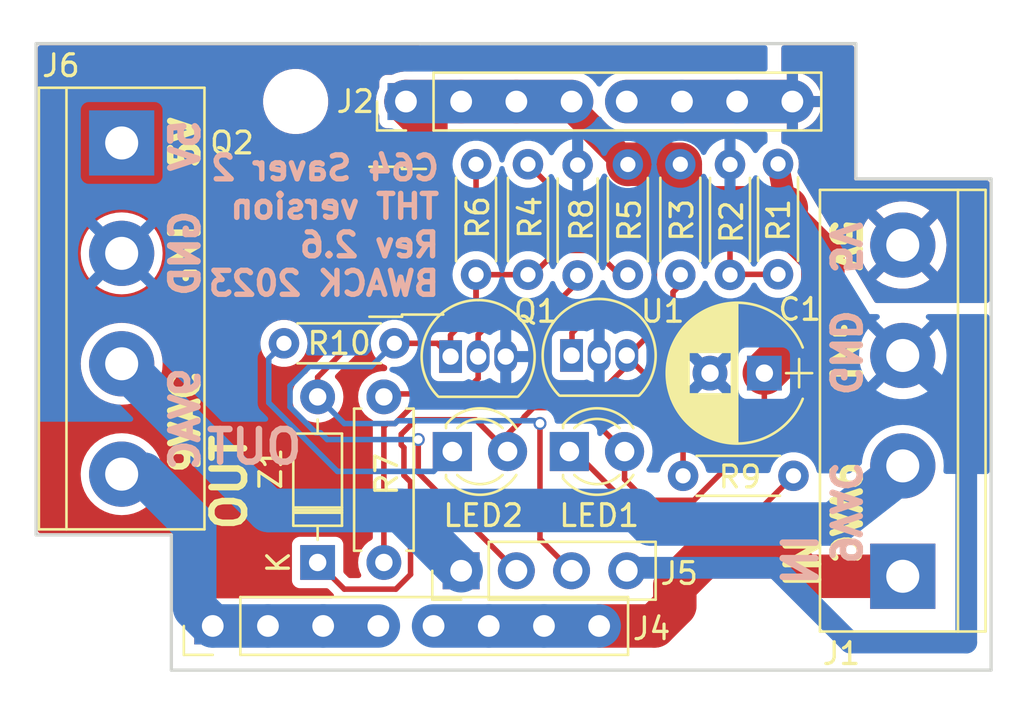
<source format=kicad_pcb>
(kicad_pcb (version 20221018) (generator pcbnew)
  (title_block (title "C64 Saver 2 Throughhole") (date "2023-04-02") (rev "2.6"))
  (layers (0 "F.Cu" signal) (31 "B.Cu" signal) (34 "B.Paste" user) (35 "F.Paste" user) (36 "B.SilkS" user "B.Silkscreen") (37 "F.SilkS" user "F.Silkscreen") (38 "B.Mask" user) (39 "F.Mask" user) (44 "Edge.Cuts" user))
  (net 0 "")
  (net 1 "/VCC1-")
  (net 2 "GND")
  (net 3 "PGATE")
  (net 4 "/VCC1+")
  (net 5 "OVERVOLTAGE")
  (net 6 "/5V_SAFE")
  (net 7 "/NGATE")
  (net 8 "/SENSE")
  (net 9 "/9VAC1")
  (net 10 "/9VAC2")
  (net 11 "/9VAC1'")
  (net 12 "Net-(LED1-K)")
  (net 13 "Net-(LED2-K)")
  (net 14 "Net-(U1-K)")
  (footprint "Connectors_Terminal_Blocks:TerminalBlock_bornier-4_P5.08mm" (layer "F.Cu") (at 144.399 88.265 -90)
    (fp_text reference "J6" (at -3.556 2.794) (layer "F.SilkS"))
    (fp_text value "Conn_01x04")
    (fp_line (start -2.54 -3.81) (end -2.54 3.81) (stroke (width 0.12)) (layer "F.SilkS"))
    (fp_line (start -2.54 -3.81) (end 17.78 -3.81) (stroke (width 0.12)) (layer "F.SilkS"))
    (fp_line (start -2.54 3.81) (end 17.78 3.81) (stroke (width 0.12)) (layer "F.SilkS"))
    (fp_line (start 17.78 2.54) (end -2.54 2.54) (stroke (width 0.12)) (layer "F.SilkS"))
    (fp_line (start 17.78 3.81) (end 17.78 -3.81) (stroke (width 0.12)) (layer "F.SilkS"))
    (pad "1" thru_hole rect (at 0 0 270) (size 3 3) (drill 1.52) (layers "*.Cu" "*.Mask") (net 6 "/5V_SAFE"))
    (pad "2" thru_hole circle (at 5.08 0 270) (size 3 3) (drill 1.52) (layers "*.Cu" "*.Mask") (net 2 "GND"))
    (pad "3" thru_hole circle (at 10.16 0 270) (size 3 3) (drill 1.52) (layers "*.Cu" "*.Mask") (net 10 "/9VAC2"))
    (pad "4" thru_hole circle (at 15.24 0 270) (size 3 3) (drill 1.52) (layers "*.Cu" "*.Mask") (net 11 "/9VAC1'"))
  )
  (footprint "Connectors_Terminal_Blocks:TerminalBlock_bornier-4_P5.08mm" (layer "F.Cu") (at 180.34 108.204 90)
    (fp_text reference "J1" (at -3.556 -2.82194 180) (layer "F.SilkS"))
    (fp_text value "Conn_01x04")
    (fp_line (start -2.54 -3.81) (end -2.54 3.81) (stroke (width 0.12)) (layer "F.SilkS"))
    (fp_line (start -2.54 -3.81) (end 17.78 -3.81) (stroke (width 0.12)) (layer "F.SilkS"))
    (fp_line (start -2.54 3.81) (end 17.78 3.81) (stroke (width 0.12)) (layer "F.SilkS"))
    (fp_line (start 17.78 2.54) (end -2.54 2.54) (stroke (width 0.12)) (layer "F.SilkS"))
    (fp_line (start 17.78 3.81) (end 17.78 -3.81) (stroke (width 0.12)) (layer "F.SilkS"))
    (pad "1" thru_hole rect (at 0 0 90) (size 3 3) (drill 1.52) (layers "*.Cu" "*.Mask") (net 9 "/9VAC1"))
    (pad "2" thru_hole circle (at 5.08 0 90) (size 3 3) (drill 1.52) (layers "*.Cu" "*.Mask") (net 10 "/9VAC2"))
    (pad "3" thru_hole circle (at 10.16 0 90) (size 3 3) (drill 1.52) (layers "*.Cu" "*.Mask") (net 2 "GND"))
    (pad "4" thru_hole circle (at 15.24 0 90) (size 3 3) (drill 1.52) (layers "*.Cu" "*.Mask") (net 4 "/VCC1+"))
  )
  (footprint "Capacitors_THT:CP_Radial_D6.3mm_P2.50mm" (layer "F.Cu") (at 173.97 98.8568 180)
    (fp_text reference "C1" (at -1.628936 2.93371 180) (layer "F.SilkS"))
    (fp_text value "47uF")
    (fp_line (start -2.2 0) (end -1 0) (stroke (width 0.12)) (layer "F.SilkS"))
    (fp_line (start -1.6 -0.65) (end -1.6 0.65) (stroke (width 0.12)) (layer "F.SilkS"))
    (fp_line (start 1.25 -3.2) (end 1.25 3.2) (stroke (width 0.12)) (layer "F.SilkS"))
    (fp_line (start 1.29 -3.2) (end 1.29 3.2) (stroke (width 0.12)) (layer "F.SilkS"))
    (fp_line (start 1.33 -3.2) (end 1.33 3.2) (stroke (width 0.12)) (layer "F.SilkS"))
    (fp_line (start 1.37 -3.198) (end 1.37 3.198) (stroke (width 0.12)) (layer "F.SilkS"))
    (fp_line (start 1.41 -3.197) (end 1.41 3.197) (stroke (width 0.12)) (layer "F.SilkS"))
    (fp_line (start 1.45 -3.194) (end 1.45 3.194) (stroke (width 0.12)) (layer "F.SilkS"))
    (fp_line (start 1.49 -3.192) (end 1.49 3.192) (stroke (width 0.12)) (layer "F.SilkS"))
    (fp_line (start 1.53 -3.188) (end 1.53 -0.98) (stroke (width 0.12)) (layer "F.SilkS"))
    (fp_line (start 1.53 0.98) (end 1.53 3.188) (stroke (width 0.12)) (layer "F.SilkS"))
    (fp_line (start 1.57 -3.185) (end 1.57 -0.98) (stroke (width 0.12)) (layer "F.SilkS"))
    (fp_line (start 1.57 0.98) (end 1.57 3.185) (stroke (width 0.12)) (layer "F.SilkS"))
    (fp_line (start 1.61 -3.18) (end 1.61 -0.98) (stroke (width 0.12)) (layer "F.SilkS"))
    (fp_line (start 1.61 0.98) (end 1.61 3.18) (stroke (width 0.12)) (layer "F.SilkS"))
    (fp_line (start 1.65 -3.176) (end 1.65 -0.98) (stroke (width 0.12)) (layer "F.SilkS"))
    (fp_line (start 1.65 0.98) (end 1.65 3.176) (stroke (width 0.12)) (layer "F.SilkS"))
    (fp_line (start 1.69 -3.17) (end 1.69 -0.98) (stroke (width 0.12)) (layer "F.SilkS"))
    (fp_line (start 1.69 0.98) (end 1.69 3.17) (stroke (width 0.12)) (layer "F.SilkS"))
    (fp_line (start 1.73 -3.165) (end 1.73 -0.98) (stroke (width 0.12)) (layer "F.SilkS"))
    (fp_line (start 1.73 0.98) (end 1.73 3.165) (stroke (width 0.12)) (layer "F.SilkS"))
    (fp_line (start 1.77 -3.158) (end 1.77 -0.98) (stroke (width 0.12)) (layer "F.SilkS"))
    (fp_line (start 1.77 0.98) (end 1.77 3.158) (stroke (width 0.12)) (layer "F.SilkS"))
    (fp_line (start 1.81 -3.152) (end 1.81 -0.98) (stroke (width 0.12)) (layer "F.SilkS"))
    (fp_line (start 1.81 0.98) (end 1.81 3.152) (stroke (width 0.12)) (layer "F.SilkS"))
    (fp_line (start 1.85 -3.144) (end 1.85 -0.98) (stroke (width 0.12)) (layer "F.SilkS"))
    (fp_line (start 1.85 0.98) (end 1.85 3.144) (stroke (width 0.12)) (layer "F.SilkS"))
    (fp_line (start 1.89 -3.137) (end 1.89 -0.98) (stroke (width 0.12)) (layer "F.SilkS"))
    (fp_line (start 1.89 0.98) (end 1.89 3.137) (stroke (width 0.12)) (layer "F.SilkS"))
    (fp_line (start 1.93 -3.128) (end 1.93 -0.98) (stroke (width 0.12)) (layer "F.SilkS"))
    (fp_line (start 1.93 0.98) (end 1.93 3.128) (stroke (width 0.12)) (layer "F.SilkS"))
    (fp_line (start 1.971 -3.119) (end 1.971 -0.98) (stroke (width 0.12)) (layer "F.SilkS"))
    (fp_line (start 1.971 0.98) (end 1.971 3.119) (stroke (width 0.12)) (layer "F.SilkS"))
    (fp_line (start 2.011 -3.11) (end 2.011 -0.98) (stroke (width 0.12)) (layer "F.SilkS"))
    (fp_line (start 2.011 0.98) (end 2.011 3.11) (stroke (width 0.12)) (layer "F.SilkS"))
    (fp_line (start 2.051 -3.1) (end 2.051 -0.98) (stroke (width 0.12)) (layer "F.SilkS"))
    (fp_line (start 2.051 0.98) (end 2.051 3.1) (stroke (width 0.12)) (layer "F.SilkS"))
    (fp_line (start 2.091 -3.09) (end 2.091 -0.98) (stroke (width 0.12)) (layer "F.SilkS"))
    (fp_line (start 2.091 0.98) (end 2.091 3.09) (stroke (width 0.12)) (layer "F.SilkS"))
    (fp_line (start 2.131 -3.079) (end 2.131 -0.98) (stroke (width 0.12)) (layer "F.SilkS"))
    (fp_line (start 2.131 0.98) (end 2.131 3.079) (stroke (width 0.12)) (layer "F.SilkS"))
    (fp_line (start 2.171 -3.067) (end 2.171 -0.98) (stroke (width 0.12)) (layer "F.SilkS"))
    (fp_line (start 2.171 0.98) (end 2.171 3.067) (stroke (width 0.12)) (layer "F.SilkS"))
    (fp_line (start 2.211 -3.055) (end 2.211 -0.98) (stroke (width 0.12)) (layer "F.SilkS"))
    (fp_line (start 2.211 0.98) (end 2.211 3.055) (stroke (width 0.12)) (layer "F.SilkS"))
    (fp_line (start 2.251 -3.042) (end 2.251 -0.98) (stroke (width 0.12)) (layer "F.SilkS"))
    (fp_line (start 2.251 0.98) (end 2.251 3.042) (stroke (width 0.12)) (layer "F.SilkS"))
    (fp_line (start 2.291 -3.029) (end 2.291 -0.98) (stroke (width 0.12)) (layer "F.SilkS"))
    (fp_line (start 2.291 0.98) (end 2.291 3.029) (stroke (width 0.12)) (layer "F.SilkS"))
    (fp_line (start 2.331 -3.015) (end 2.331 -0.98) (stroke (width 0.12)) (layer "F.SilkS"))
    (fp_line (start 2.331 0.98) (end 2.331 3.015) (stroke (width 0.12)) (layer "F.SilkS"))
    (fp_line (start 2.371 -3.001) (end 2.371 -0.98) (stroke (width 0.12)) (layer "F.SilkS"))
    (fp_line (start 2.371 0.98) (end 2.371 3.001) (stroke (width 0.12)) (layer "F.SilkS"))
    (fp_line (start 2.411 -2.986) (end 2.411 -0.98) (stroke (width 0.12)) (layer "F.SilkS"))
    (fp_line (start 2.411 0.98) (end 2.411 2.986) (stroke (width 0.12)) (layer "F.SilkS"))
    (fp_line (start 2.451 -2.97) (end 2.451 -0.98) (stroke (width 0.12)) (layer "F.SilkS"))
    (fp_line (start 2.451 0.98) (end 2.451 2.97) (stroke (width 0.12)) (layer "F.SilkS"))
    (fp_line (start 2.491 -2.954) (end 2.491 -0.98) (stroke (width 0.12)) (layer "F.SilkS"))
    (fp_line (start 2.491 0.98) (end 2.491 2.954) (stroke (width 0.12)) (layer "F.SilkS"))
    (fp_line (start 2.531 -2.937) (end 2.531 -0.98) (stroke (width 0.12)) (layer "F.SilkS"))
    (fp_line (start 2.531 0.98) (end 2.531 2.937) (stroke (width 0.12)) (layer "F.SilkS"))
    (fp_line (start 2.571 -2.919) (end 2.571 -0.98) (stroke (width 0.12)) (layer "F.SilkS"))
    (fp_line (start 2.571 0.98) (end 2.571 2.919) (stroke (width 0.12)) (layer "F.SilkS"))
    (fp_line (start 2.611 -2.901) (end 2.611 -0.98) (stroke (width 0.12)) (layer "F.SilkS"))
    (fp_line (start 2.611 0.98) (end 2.611 2.901) (stroke (width 0.12)) (layer "F.SilkS"))
    (fp_line (start 2.651 -2.882) (end 2.651 -0.98) (stroke (width 0.12)) (layer "F.SilkS"))
    (fp_line (start 2.651 0.98) (end 2.651 2.882) (stroke (width 0.12)) (layer "F.SilkS"))
    (fp_line (start 2.691 -2.863) (end 2.691 -0.98) (stroke (width 0.12)) (layer "F.SilkS"))
    (fp_line (start 2.691 0.98) (end 2.691 2.863) (stroke (width 0.12)) (layer "F.SilkS"))
    (fp_line (start 2.731 -2.843) (end 2.731 -0.98) (stroke (width 0.12)) (layer "F.SilkS"))
    (fp_line (start 2.731 0.98) (end 2.731 2.843) (stroke (width 0.12)) (layer "F.SilkS"))
    (fp_line (start 2.771 -2.822) (end 2.771 -0.98) (stroke (width 0.12)) (layer "F.SilkS"))
    (fp_line (start 2.771 0.98) (end 2.771 2.822) (stroke (width 0.12)) (layer "F.SilkS"))
    (fp_line (start 2.811 -2.8) (end 2.811 -0.98) (stroke (width 0.12)) (layer "F.SilkS"))
    (fp_line (start 2.811 0.98) (end 2.811 2.8) (stroke (width 0.12)) (layer "F.SilkS"))
    (fp_line (start 2.851 -2.778) (end 2.851 -0.98) (stroke (width 0.12)) (layer "F.SilkS"))
    (fp_line (start 2.851 0.98) (end 2.851 2.778) (stroke (width 0.12)) (layer "F.SilkS"))
    (fp_line (start 2.891 -2.755) (end 2.891 -0.98) (stroke (width 0.12)) (layer "F.SilkS"))
    (fp_line (start 2.891 0.98) (end 2.891 2.755) (stroke (width 0.12)) (layer "F.SilkS"))
    (fp_line (start 2.931 -2.731) (end 2.931 -0.98) (stroke (width 0.12)) (layer "F.SilkS"))
    (fp_line (start 2.931 0.98) (end 2.931 2.731) (stroke (width 0.12)) (layer "F.SilkS"))
    (fp_line (start 2.971 -2.706) (end 2.971 -0.98) (stroke (width 0.12)) (layer "F.SilkS"))
    (fp_line (start 2.971 0.98) (end 2.971 2.706) (stroke (width 0.12)) (layer "F.SilkS"))
    (fp_line (start 3.011 -2.681) (end 3.011 -0.98) (stroke (width 0.12)) (layer "F.SilkS"))
    (fp_line (start 3.011 0.98) (end 3.011 2.681) (stroke (width 0.12)) (layer "F.SilkS"))
    (fp_line (start 3.051 -2.654) (end 3.051 -0.98) (stroke (width 0.12)) (layer "F.SilkS"))
    (fp_line (start 3.051 0.98) (end 3.051 2.654) (stroke (width 0.12)) (layer "F.SilkS"))
    (fp_line (start 3.091 -2.627) (end 3.091 -0.98) (stroke (width 0.12)) (layer "F.SilkS"))
    (fp_line (start 3.091 0.98) (end 3.091 2.627) (stroke (width 0.12)) (layer "F.SilkS"))
    (fp_line (start 3.131 -2.599) (end 3.131 -0.98) (stroke (width 0.12)) (layer "F.SilkS"))
    (fp_line (start 3.131 0.98) (end 3.131 2.599) (stroke (width 0.12)) (layer "F.SilkS"))
    (fp_line (start 3.171 -2.57) (end 3.171 -0.98) (stroke (width 0.12)) (layer "F.SilkS"))
    (fp_line (start 3.171 0.98) (end 3.171 2.57) (stroke (width 0.12)) (layer "F.SilkS"))
    (fp_line (start 3.211 -2.54) (end 3.211 -0.98) (stroke (width 0.12)) (layer "F.SilkS"))
    (fp_line (start 3.211 0.98) (end 3.211 2.54) (stroke (width 0.12)) (layer "F.SilkS"))
    (fp_line (start 3.251 -2.51) (end 3.251 -0.98) (stroke (width 0.12)) (layer "F.SilkS"))
    (fp_line (start 3.251 0.98) (end 3.251 2.51) (stroke (width 0.12)) (layer "F.SilkS"))
    (fp_line (start 3.291 -2.478) (end 3.291 -0.98) (stroke (width 0.12)) (layer "F.SilkS"))
    (fp_line (start 3.291 0.98) (end 3.291 2.478) (stroke (width 0.12)) (layer "F.SilkS"))
    (fp_line (start 3.331 -2.445) (end 3.331 -0.98) (stroke (width 0.12)) (layer "F.SilkS"))
    (fp_line (start 3.331 0.98) (end 3.331 2.445) (stroke (width 0.12)) (layer "F.SilkS"))
    (fp_line (start 3.371 -2.411) (end 3.371 -0.98) (stroke (width 0.12)) (layer "F.SilkS"))
    (fp_line (start 3.371 0.98) (end 3.371 2.411) (stroke (width 0.12)) (layer "F.SilkS"))
    (fp_line (start 3.411 -2.375) (end 3.411 -0.98) (stroke (width 0.12)) (layer "F.SilkS"))
    (fp_line (start 3.411 0.98) (end 3.411 2.375) (stroke (width 0.12)) (layer "F.SilkS"))
    (fp_line (start 3.451 -2.339) (end 3.451 -0.98) (stroke (width 0.12)) (layer "F.SilkS"))
    (fp_line (start 3.451 0.98) (end 3.451 2.339) (stroke (width 0.12)) (layer "F.SilkS"))
    (fp_line (start 3.491 -2.301) (end 3.491 2.301) (stroke (width 0.12)) (layer "F.SilkS"))
    (fp_line (start 3.531 -2.262) (end 3.531 2.262) (stroke (width 0.12)) (layer "F.SilkS"))
    (fp_line (start 3.571 -2.222) (end 3.571 2.222) (stroke (width 0.12)) (layer "F.SilkS"))
    (fp_line (start 3.611 -2.18) (end 3.611 2.18) (stroke (width 0.12)) (layer "F.SilkS"))
    (fp_line (start 3.651 -2.137) (end 3.651 2.137) (stroke (width 0.12)) (layer "F.SilkS"))
    (fp_line (start 3.691 -2.092) (end 3.691 2.092) (stroke (width 0.12)) (layer "F.SilkS"))
    (fp_line (start 3.731 -2.045) (end 3.731 2.045) (stroke (width 0.12)) (layer "F.SilkS"))
    (fp_line (start 3.771 -1.997) (end 3.771 1.997) (stroke (width 0.12)) (layer "F.SilkS"))
    (fp_line (start 3.811 -1.946) (end 3.811 1.946) (stroke (width 0.12)) (layer "F.SilkS"))
    (fp_line (start 3.851 -1.894) (end 3.851 1.894) (stroke (width 0.12)) (layer "F.SilkS"))
    (fp_line (start 3.891 -1.839) (end 3.891 1.839) (stroke (width 0.12)) (layer "F.SilkS"))
    (fp_line (start 3.931 -1.781) (end 3.931 1.781) (stroke (width 0.12)) (layer "F.SilkS"))
    (fp_line (start 3.971 -1.721) (end 3.971 1.721) (stroke (width 0.12)) (layer "F.SilkS"))
    (fp_line (start 4.011 -1.658) (end 4.011 1.658) (stroke (width 0.12)) (layer "F.SilkS"))
    (fp_line (start 4.051 -1.591) (end 4.051 1.591) (stroke (width 0.12)) (layer "F.SilkS"))
    (fp_line (start 4.091 -1.52) (end 4.091 1.52) (stroke (width 0.12)) (layer "F.SilkS"))
    (fp_line (start 4.131 -1.445) (end 4.131 1.445) (stroke (width 0.12)) (layer "F.SilkS"))
    (fp_line (start 4.171 -1.364) (end 4.171 1.364) (stroke (width 0.12)) (layer "F.SilkS"))
    (fp_line (start 4.211 -1.278) (end 4.211 1.278) (stroke (width 0.12)) (layer "F.SilkS"))
    (fp_line (start 4.251 -1.184) (end 4.251 1.184) (stroke (width 0.12)) (layer "F.SilkS"))
    (fp_line (start 4.291 -1.081) (end 4.291 1.081) (stroke (width 0.12)) (layer "F.SilkS"))
    (fp_line (start 4.331 -0.966) (end 4.331 0.966) (stroke (width 0.12)) (layer "F.SilkS"))
    (fp_line (start 4.371 -0.834) (end 4.371 0.834) (stroke (width 0.12)) (layer "F.SilkS"))
    (fp_line (start 4.411 -0.676) (end 4.411 0.676) (stroke (width 0.12)) (layer "F.SilkS"))
    (fp_line (start 4.451 -0.468) (end 4.451 0.468) (stroke (width 0.12)) (layer "F.SilkS"))
    (fp_arc (start -1.767482 -1.18) (mid 1.250464 -3.24) (end 4.26782 -1.179135) (stroke (width 0.12)) (layer "F.SilkS"))
    (fp_arc (start 4.267482 -1.18) (mid 4.49 -0.000464) (end 4.26782 1.179135) (stroke (width 0.12)) (layer "F.SilkS"))
    (fp_arc (start 4.26782 1.179135) (mid 1.250464 3.239999) (end -1.767482 1.18) (stroke (width 0.12)) (layer "F.SilkS"))
    (pad "1" thru_hole rect (at 0 0 180) (size 1.6 1.6) (drill 0.8) (layers "*.Cu" "*.Mask") (net 1 "/VCC1-"))
    (pad "2" thru_hole circle (at 2.5 0 180) (size 1.6 1.6) (drill 0.8) (layers "*.Cu" "*.Mask") (net 2 "GND"))
  )
  (footprint "TO_SOT_Packages_SMD:ATPAK-2" (layer "F.Cu") (at 154.0476 92.8116 180)
    (fp_text reference "Q2" (at 4.572 4.5466) (layer "F.SilkS"))
    (fp_text value "IRFR5305")
    (fp_line (start -3.25 -3.45) (end -3.25 -3.35) (stroke (width 0.12)) (layer "F.SilkS"))
    (fp_line (start -3.25 -3.35) (end -5.15 -3.35) (stroke (width 0.12)) (layer "F.SilkS"))
    (fp_line (start -3.25 3.35) (end -4.35 3.35) (stroke (width 0.12)) (layer "F.SilkS"))
    (fp_line (start -3.25 3.45) (end -3.25 3.35) (stroke (width 0.12)) (layer "F.SilkS"))
    (fp_line (start -1.75 -3.45) (end -3.25 -3.45) (stroke (width 0.12)) (layer "F.SilkS"))
    (fp_line (start -1.75 3.45) (end -3.25 3.45) (stroke (width 0.12)) (layer "F.SilkS"))
    (pad "1" smd rect (at -4.35 -2.3 180) (size 1.6 1.5) (layers "F.Cu" "F.Paste" "F.Mask") (net 3 "PGATE"))
    (pad "2" smd rect (at 0.05 -1.7 180) (size 3.2 3.1) (layers "F.Cu" "F.Paste") (net 6 "/5V_SAFE"))
    (pad "2" smd rect (at 0.05 1.7 180) (size 3.2 3.1) (layers "F.Cu" "F.Paste") (net 6 "/5V_SAFE"))
    (pad "2" smd rect (at 1.8 0 180) (size 6.7 6.5) (layers "F.Cu" "F.Mask") (net 6 "/5V_SAFE"))
    (pad "2" smd rect (at 3.55 -1.7 180) (size 3.2 3.1) (layers "F.Cu" "F.Paste") (net 6 "/5V_SAFE"))
    (pad "2" smd rect (at 3.55 1.7 180) (size 3.2 3.1) (layers "F.Cu" "F.Paste") (net 6 "/5V_SAFE"))
    (pad "3" smd rect (at -4.35 2.3 180) (size 1.6 1.5) (layers "F.Cu" "F.Paste" "F.Mask") (net 1 "/VCC1-"))
  )
  (footprint "Pin_Headers:Pin_Header_Straight_1x08_Pitch2.54mm" (layer "F.Cu") (at 157.48 86.36 90)
    (fp_text reference "J2" (at 0 -2.33 180) (layer "F.SilkS"))
    (fp_text value "Conn_01x08")
    (fp_line (start -1.33 -1.33) (end 0 -1.33) (stroke (width 0.12)) (layer "F.SilkS"))
    (fp_line (start -1.33 0) (end -1.33 -1.33) (stroke (width 0.12)) (layer "F.SilkS"))
    (fp_line (start -1.33 1.27) (end -1.33 19.11) (stroke (width 0.12)) (layer "F.SilkS"))
    (fp_line (start -1.33 1.27) (end 1.33 1.27) (stroke (width 0.12)) (layer "F.SilkS"))
    (fp_line (start -1.33 19.11) (end 1.33 19.11) (stroke (width 0.12)) (layer "F.SilkS"))
    (fp_line (start 1.33 1.27) (end 1.33 19.11) (stroke (width 0.12)) (layer "F.SilkS"))
    (pad "1" thru_hole rect locked (at 0 0 90) (size 1.7 1.7) (drill 1) (layers "*.Cu" "*.Mask") (net 1 "/VCC1-"))
    (pad "2" thru_hole oval locked (at 0 2.54 90) (size 1.7 1.7) (drill 1) (layers "*.Cu" "*.Mask") (net 1 "/VCC1-"))
    (pad "3" thru_hole oval locked (at 0 5.08 90) (size 1.7 1.7) (drill 1) (layers "*.Cu" "*.Mask") (net 1 "/VCC1-"))
    (pad "4" thru_hole oval locked (at 0 7.62 90) (size 1.7 1.7) (drill 1) (layers "*.Cu" "*.Mask") (net 1 "/VCC1-"))
    (pad "5" thru_hole oval locked (at 0 10.16 90) (size 1.7 1.7) (drill 1) (layers "*.Cu" "*.Mask") (net 4 "/VCC1+"))
    (pad "6" thru_hole oval locked (at 0 12.7 90) (size 1.7 1.7) (drill 1) (layers "*.Cu" "*.Mask") (net 4 "/VCC1+"))
    (pad "7" thru_hole oval locked (at 0 15.24 90) (size 1.7 1.7) (drill 1) (layers "*.Cu" "*.Mask") (net 4 "/VCC1+"))
    (pad "8" thru_hole oval locked (at 0 17.78 90) (size 1.7 1.7) (drill 1) (layers "*.Cu" "*.Mask") (net 4 "/VCC1+"))
  )
  (footprint "Pin_Headers:Pin_Header_Straight_1x08_Pitch2.54mm" (layer "F.Cu") (at 148.59 110.49 90)
    (fp_text reference "J4" (at -0.127 20.193 180) (layer "F.SilkS"))
    (fp_text value "Conn_01x08")
    (fp_line (start -1.33 -1.33) (end 0 -1.33) (stroke (width 0.12)) (layer "F.SilkS"))
    (fp_line (start -1.33 0) (end -1.33 -1.33) (stroke (width 0.12)) (layer "F.SilkS"))
    (fp_line (start -1.33 1.27) (end -1.33 19.11) (stroke (width 0.12)) (layer "F.SilkS"))
    (fp_line (start -1.33 1.27) (end 1.33 1.27) (stroke (width 0.12)) (layer "F.SilkS"))
    (fp_line (start -1.33 19.11) (end 1.33 19.11) (stroke (width 0.12)) (layer "F.SilkS"))
    (fp_line (start 1.33 1.27) (end 1.33 19.11) (stroke (width 0.12)) (layer "F.SilkS"))
    (pad "1" thru_hole rect (at 0 0 90) (size 1.7 1.7) (drill 1) (layers "*.Cu" "*.Mask") (net 11 "/9VAC1'"))
    (pad "2" thru_hole oval (at 0 2.54 90) (size 1.7 1.7) (drill 1) (layers "*.Cu" "*.Mask") (net 11 "/9VAC1'"))
    (pad "3" thru_hole oval (at 0 5.08 90) (size 1.7 1.7) (drill 1) (layers "*.Cu" "*.Mask") (net 11 "/9VAC1'"))
    (pad "4" thru_hole oval (at 0 7.62 90) (size 1.7 1.7) (drill 1) (layers "*.Cu" "*.Mask") (net 11 "/9VAC1'"))
    (pad "5" thru_hole oval (at 0 10.16 90) (size 1.7 1.7) (drill 1) (layers "*.Cu" "*.Mask") (net 9 "/9VAC1"))
    (pad "6" thru_hole oval (at 0 12.7 90) (size 1.7 1.7) (drill 1) (layers "*.Cu" "*.Mask") (net 9 "/9VAC1"))
    (pad "7" thru_hole oval (at 0 15.24 90) (size 1.7 1.7) (drill 1) (layers "*.Cu" "*.Mask") (net 9 "/9VAC1"))
    (pad "8" thru_hole oval (at 0 17.78 90) (size 1.7 1.7) (drill 1) (layers "*.Cu" "*.Mask") (net 9 "/9VAC1"))
  )
  (footprint "Pin_Headers:Pin_Header_Straight_1x04_Pitch2.54mm" (layer "F.Cu") (at 160.02 107.95 90)
    (fp_text reference "J5" (at -0.127 10.033 180) (layer "F.SilkS"))
    (fp_text value "Conn_01x04")
    (fp_line (start -1.33 -1.33) (end 0 -1.33) (stroke (width 0.12)) (layer "F.SilkS"))
    (fp_line (start -1.33 0) (end -1.33 -1.33) (stroke (width 0.12)) (layer "F.SilkS"))
    (fp_line (start -1.33 1.27) (end -1.33 8.95) (stroke (width 0.12)) (layer "F.SilkS"))
    (fp_line (start -1.33 1.27) (end 1.33 1.27) (stroke (width 0.12)) (layer "F.SilkS"))
    (fp_line (start -1.33 8.95) (end 1.33 8.95) (stroke (width 0.12)) (layer "F.SilkS"))
    (fp_line (start 1.33 1.27) (end 1.33 8.95) (stroke (width 0.12)) (layer "F.SilkS"))
    (pad "1" thru_hole rect (at 0 0 90) (size 1.7 1.7) (drill 1) (layers "*.Cu" "*.Mask") (net 10 "/9VAC2"))
    (pad "2" thru_hole oval (at 0 2.54 90) (size 1.7 1.7) (drill 1) (layers "*.Cu" "*.Mask") (net 5 "OVERVOLTAGE"))
    (pad "3" thru_hole oval (at 0 5.08 90) (size 1.7 1.7) (drill 1) (layers "*.Cu" "*.Mask") (net 3 "PGATE"))
    (pad "4" thru_hole oval (at 0 7.62 90) (size 1.7 1.7) (drill 1) (layers "*.Cu" "*.Mask") (net 2 "GND"))
  )
  (footprint "Mounting_Holes:MountingHole_2.5mm" (layer "F.Cu") (at 152.40508 86.35746)
    (fp_text reference "MK1" hide)
    (fp_text value "Mounting_Hole")
    (pad "" np_thru_hole circle (at 0 0) (size 2.5 2.5) (drill 2.5) (layers "*.Cu" "*.Mask"))
  )
  (footprint "Mounting_Holes:MountingHole_2.5mm" (layer "F.Cu") (at 172.39996 109.86262)
    (fp_text reference "MK2" hide)
    (fp_text value "Mounting_Hole")
    (pad "" np_thru_hole circle (at 0 0) (size 2.5 2.5) (drill 2.5) (layers "*.Cu" "*.Mask"))
  )
  (footprint "Resistor_THT:R_Axial_DIN0204_L3.6mm_D1.6mm_P5.08mm_Horizontal" (layer "F.Cu") (at 174.5996 89.2302 -90)
    (fp_text reference "R1" (at 2.5908 -0.0254 90) (layer "F.SilkS"))
    (fp_text value "3k9 1%")
    (fp_line (start 0.62 -0.92) (end 4.46 -0.92) (stroke (width 0.12)) (layer "F.SilkS"))
    (fp_line (start 0.62 0.92) (end 4.46 0.92) (stroke (width 0.12)) (layer "F.SilkS"))
    (pad "1" thru_hole circle (at 0 0 270) (size 1.4 1.4) (drill 0.7) (layers "*.Cu" "*.Mask") (net 1 "/VCC1-"))
    (pad "2" thru_hole oval (at 5.08 0 270) (size 1.4 1.4) (drill 0.7) (layers "*.Cu" "*.Mask") (net 8 "/SENSE"))
  )
  (footprint "Resistor_THT:R_Axial_DIN0204_L3.6mm_D1.6mm_P5.08mm_Horizontal" (layer "F.Cu") (at 172.3898 94.3356 90)
    (fp_text reference "R2" (at 2.4384 0.0762 90) (layer "F.SilkS"))
    (fp_text value "3k3 1%")
    (fp_line (start 0.62 -0.92) (end 4.46 -0.92) (stroke (width 0.12)) (layer "F.SilkS"))
    (fp_line (start 0.62 0.92) (end 4.46 0.92) (stroke (width 0.12)) (layer "F.SilkS"))
    (pad "1" thru_hole circle (at 0 0 90) (size 1.4 1.4) (drill 0.7) (layers "*.Cu" "*.Mask") (net 8 "/SENSE"))
    (pad "2" thru_hole oval (at 5.08 0 90) (size 1.4 1.4) (drill 0.7) (layers "*.Cu" "*.Mask") (net 2 "GND"))
  )
  (footprint "Resistor_THT:R_Axial_DIN0204_L3.6mm_D1.6mm_P5.08mm_Horizontal" (layer "F.Cu") (at 170.1038 89.2456 -90)
    (fp_text reference "R3" (at 2.5754 -0.0762 -90) (layer "F.SilkS"))
    (fp_text value "3k3")
    (fp_line (start 0.62 -0.92) (end 4.46 -0.92) (stroke (width 0.12)) (layer "F.SilkS"))
    (fp_line (start 0.62 0.92) (end 4.46 0.92) (stroke (width 0.12)) (layer "F.SilkS"))
    (pad "1" thru_hole circle (at 0 0 270) (size 1.4 1.4) (drill 0.7) (layers "*.Cu" "*.Mask") (net 1 "/VCC1-"))
    (pad "2" thru_hole oval (at 5.08 0 270) (size 1.4 1.4) (drill 0.7) (layers "*.Cu" "*.Mask") (net 14 "Net-(U1-K)"))
  )
  (footprint "Resistor_THT:R_Axial_DIN0204_L3.6mm_D1.6mm_P5.08mm_Horizontal" (layer "F.Cu") (at 163.0934 89.2456 -90)
    (fp_text reference "R4" (at 2.4484 -0.1016 -90) (layer "F.SilkS"))
    (fp_text value "330k")
    (fp_line (start 0.62 -0.92) (end 4.46 -0.92) (stroke (width 0.12)) (layer "F.SilkS"))
    (fp_line (start 0.62 0.92) (end 4.46 0.92) (stroke (width 0.12)) (layer "F.SilkS"))
    (pad "1" thru_hole circle (at 0 0 270) (size 1.4 1.4) (drill 0.7) (layers "*.Cu" "*.Mask") (net 8 "/SENSE"))
    (pad "2" thru_hole oval (at 5.08 0 270) (size 1.4 1.4) (drill 0.7) (layers "*.Cu" "*.Mask") (net 5 "OVERVOLTAGE"))
  )
  (footprint "Resistor_THT:R_Axial_DIN0204_L3.6mm_D1.6mm_P5.08mm_Horizontal" (layer "F.Cu") (at 167.6908 89.2556 -90)
    (fp_text reference "R5" (at 2.5654 -0.0762 -90) (layer "F.SilkS"))
    (fp_text value "3k3")
    (fp_line (start 0.62 -0.92) (end 4.46 -0.92) (stroke (width 0.12)) (layer "F.SilkS"))
    (fp_line (start 0.62 0.92) (end 4.46 0.92) (stroke (width 0.12)) (layer "F.SilkS"))
    (pad "1" thru_hole circle (at 0 0 270) (size 1.4 1.4) (drill 0.7) (layers "*.Cu" "*.Mask") (net 1 "/VCC1-"))
    (pad "2" thru_hole oval (at 5.08 0 270) (size 1.4 1.4) (drill 0.7) (layers "*.Cu" "*.Mask") (net 5 "OVERVOLTAGE"))
  )
  (footprint "Resistor_THT:R_Axial_DIN0204_L3.6mm_D1.6mm_P5.08mm_Horizontal" (layer "F.Cu") (at 160.7058 89.2456 -90)
    (fp_text reference "R6" (at 2.4484 -0.0762 -90) (layer "F.SilkS"))
    (fp_text value "3k9")
    (fp_line (start 0.62 -0.92) (end 4.46 -0.92) (stroke (width 0.12)) (layer "F.SilkS"))
    (fp_line (start 0.62 0.92) (end 4.46 0.92) (stroke (width 0.12)) (layer "F.SilkS"))
    (pad "1" thru_hole circle (at 0 0 270) (size 1.4 1.4) (drill 0.7) (layers "*.Cu" "*.Mask") (net 3 "PGATE"))
    (pad "2" thru_hole oval (at 5.08 0 270) (size 1.4 1.4) (drill 0.7) (layers "*.Cu" "*.Mask") (net 5 "OVERVOLTAGE"))
  )
  (footprint "Resistor_THT:R_Axial_DIN0207_L6.3mm_D2.5mm_P7.62mm_Horizontal" (layer "F.Cu") (at 156.464 107.569 90)
    (fp_text reference "R7" (at 4.064 0.127 90) (layer "F.SilkS"))
    (fp_text value "33k")
    (fp_line (start 0.54 -1.37) (end 7.08 -1.37) (stroke (width 0.12)) (layer "F.SilkS"))
    (fp_line (start 0.54 -1.04) (end 0.54 -1.37) (stroke (width 0.12)) (layer "F.SilkS"))
    (fp_line (start 0.54 1.04) (end 0.54 1.37) (stroke (width 0.12)) (layer "F.SilkS"))
    (fp_line (start 0.54 1.37) (end 7.08 1.37) (stroke (width 0.12)) (layer "F.SilkS"))
    (fp_line (start 7.08 -1.37) (end 7.08 -1.04) (stroke (width 0.12)) (layer "F.SilkS"))
    (fp_line (start 7.08 1.37) (end 7.08 1.04) (stroke (width 0.12)) (layer "F.SilkS"))
    (pad "1" thru_hole circle (at 0 0 90) (size 1.6 1.6) (drill 0.8) (layers "*.Cu" "*.Mask") (net 14 "Net-(U1-K)"))
    (pad "2" thru_hole oval (at 7.62 0 90) (size 1.6 1.6) (drill 0.8) (layers "*.Cu" "*.Mask") (net 7 "/NGATE"))
  )
  (footprint "Resistor_THT:R_Axial_DIN0204_L3.6mm_D1.6mm_P5.08mm_Horizontal" (layer "F.Cu") (at 165.3794 94.361 90)
    (fp_text reference "R8" (at 2.5654 0.1778 90) (layer "F.SilkS"))
    (fp_text value "10k")
    (fp_line (start 0.62 -0.92) (end 4.46 -0.92) (stroke (width 0.12)) (layer "F.SilkS"))
    (fp_line (start 0.62 0.92) (end 4.46 0.92) (stroke (width 0.12)) (layer "F.SilkS"))
    (pad "1" thru_hole circle (at 0 0 90) (size 1.4 1.4) (drill 0.7) (layers "*.Cu" "*.Mask") (net 7 "/NGATE"))
    (pad "2" thru_hole oval (at 5.08 0 90) (size 1.4 1.4) (drill 0.7) (layers "*.Cu" "*.Mask") (net 2 "GND"))
  )
  (footprint "Package_TO_SOT_THT:TO-92_Inline" (layer "F.Cu") (at 159.532 98.0948)
    (fp_text reference "Q1" (at 3.917 -2.0828) (layer "F.SilkS"))
    (fp_text value "BC547")
    (fp_line (start -0.53 1.85) (end 3.07 1.85) (stroke (width 0.12)) (layer "F.SilkS"))
    (fp_arc (start -0.568478 1.838478) (mid -1.132087 -0.994977) (end 1.27 -2.6) (stroke (width 0.12)) (layer "F.SilkS"))
    (fp_arc (start 1.27 -2.6) (mid 3.672087 -0.994977) (end 3.108478 1.838478) (stroke (width 0.12)) (layer "F.SilkS"))
    (pad "1" thru_hole rect (at 0 0) (size 1.05 1.5) (drill 0.75) (layers "*.Cu" "*.Mask") (net 5 "OVERVOLTAGE"))
    (pad "2" thru_hole oval (at 1.27 0) (size 1.05 1.5) (drill 0.75) (layers "*.Cu" "*.Mask") (net 7 "/NGATE"))
    (pad "3" thru_hole oval (at 2.54 0) (size 1.05 1.5) (drill 0.75) (layers "*.Cu" "*.Mask") (net 2 "GND"))
  )
  (footprint "LED_THT:LED_D3.0mm" (layer "F.Cu") (at 164.9984 102.4636)
    (fp_text reference "LED1" (at 1.3716 2.9464) (layer "F.SilkS"))
    (fp_text value "3mm RED")
    (fp_line (start -0.29 -1.236) (end -0.29 -1.08) (stroke (width 0.12)) (layer "F.SilkS"))
    (fp_line (start -0.29 1.08) (end -0.29 1.236) (stroke (width 0.12)) (layer "F.SilkS"))
    (fp_arc (start -0.29 -1.235516) (mid 1.366487 -1.987659) (end 2.942335 -1.078608) (stroke (width 0.12)) (layer "F.SilkS"))
    (fp_arc (start 0.229039 -1.08) (mid 1.270117 -1.5) (end 2.31113 -1.079837) (stroke (width 0.12)) (layer "F.SilkS"))
    (fp_arc (start 2.31113 1.079837) (mid 1.270117 1.5) (end 0.229039 1.08) (stroke (width 0.12)) (layer "F.SilkS"))
    (fp_arc (start 2.942335 1.078608) (mid 1.366487 1.987659) (end -0.29 1.235516) (stroke (width 0.12)) (layer "F.SilkS"))
    (pad "1" thru_hole rect (at 0 0) (size 1.8 1.8) (drill 0.9) (layers "*.Cu" "*.Mask") (net 12 "Net-(LED1-K)"))
    (pad "2" thru_hole circle (at 2.54 0) (size 1.8 1.8) (drill 0.9) (layers "*.Cu" "*.Mask") (net 1 "/VCC1-"))
  )
  (footprint "Resistor_THT:R_Axial_DIN0204_L3.6mm_D1.6mm_P5.08mm_Horizontal" (layer "F.Cu") (at 151.8666 97.4852)
    (fp_text reference "R10" (at 2.54 0) (layer "F.SilkS"))
    (fp_text value "1k")
    (fp_line (start 0.62 -0.92) (end 4.46 -0.92) (stroke (width 0.12)) (layer "F.SilkS"))
    (fp_line (start 0.62 0.92) (end 4.46 0.92) (stroke (width 0.12)) (layer "F.SilkS"))
    (pad "1" thru_hole circle (at 0 0) (size 1.4 1.4) (drill 0.7) (layers "*.Cu" "*.Mask") (net 13 "Net-(LED2-K)"))
    (pad "2" thru_hole oval (at 5.08 0) (size 1.4 1.4) (drill 0.7) (layers "*.Cu" "*.Mask") (net 5 "OVERVOLTAGE"))
  )
  (footprint "LED_THT:LED_D3.0mm" (layer "F.Cu") (at 159.6136 102.4636)
    (fp_text reference "LED2" (at 1.4224 2.9464) (layer "F.SilkS"))
    (fp_text value "3mm GREEN")
    (fp_line (start -0.29 -1.236) (end -0.29 -1.08) (stroke (width 0.12)) (layer "F.SilkS"))
    (fp_line (start -0.29 1.08) (end -0.29 1.236) (stroke (width 0.12)) (layer "F.SilkS"))
    (fp_arc (start -0.29 -1.235516) (mid 1.366487 -1.987659) (end 2.942335 -1.078608) (stroke (width 0.12)) (layer "F.SilkS"))
    (fp_arc (start 0.229039 -1.08) (mid 1.270117 -1.5) (end 2.31113 -1.079837) (stroke (width 0.12)) (layer "F.SilkS"))
    (fp_arc (start 2.31113 1.079837) (mid 1.270117 1.5) (end 0.229039 1.08) (stroke (width 0.12)) (layer "F.SilkS"))
    (fp_arc (start 2.942335 1.078608) (mid 1.366487 1.987659) (end -0.29 1.235516) (stroke (width 0.12)) (layer "F.SilkS"))
    (pad "1" thru_hole rect (at 0 0) (size 1.8 1.8) (drill 0.9) (layers "*.Cu" "*.Mask") (net 13 "Net-(LED2-K)"))
    (pad "2" thru_hole circle (at 2.54 0) (size 1.8 1.8) (drill 0.9) (layers "*.Cu" "*.Mask") (net 1 "/VCC1-"))
  )
  (footprint "Resistor_THT:R_Axial_DIN0204_L3.6mm_D1.6mm_P5.08mm_Horizontal" (layer "F.Cu") (at 175.3108 103.5812 180)
    (fp_text reference "R9" (at 2.4638 -0.0508) (layer "F.SilkS"))
    (fp_text value "1k")
    (fp_line (start 0.62 -0.92) (end 4.46 -0.92) (stroke (width 0.12)) (layer "F.SilkS"))
    (fp_line (start 0.62 0.92) (end 4.46 0.92) (stroke (width 0.12)) (layer "F.SilkS"))
    (pad "1" thru_hole circle (at 0 0 180) (size 1.4 1.4) (drill 0.7) (layers "*.Cu" "*.Mask") (net 12 "Net-(LED1-K)"))
    (pad "2" thru_hole oval (at 5.08 0 180) (size 1.4 1.4) (drill 0.7) (layers "*.Cu" "*.Mask") (net 14 "Net-(U1-K)"))
  )
  (footprint "Diode_THT:D_DO-35_SOD27_P7.62mm_Horizontal" (layer "F.Cu") (at 153.416 107.569 90)
    (fp_text reference "Z1" (at 4.318 -2.159 90) (layer "F.SilkS"))
    (fp_text value "6V8")
    (fp_text user "K" (at 0 -1.8 90) (layer "F.SilkS"))
    (fp_line (start 1.04 0) (end 1.69 0) (stroke (width 0.12)) (layer "F.SilkS"))
    (fp_line (start 1.69 -1.12) (end 1.69 1.12) (stroke (width 0.12)) (layer "F.SilkS"))
    (fp_line (start 1.69 1.12) (end 5.93 1.12) (stroke (width 0.12)) (layer "F.SilkS"))
    (fp_line (start 2.29 -1.12) (end 2.29 1.12) (stroke (width 0.12)) (layer "F.SilkS"))
    (fp_line (start 2.41 -1.12) (end 2.41 1.12) (stroke (width 0.12)) (layer "F.SilkS"))
    (fp_line (start 2.53 -1.12) (end 2.53 1.12) (stroke (width 0.12)) (layer "F.SilkS"))
    (fp_line (start 5.93 -1.12) (end 1.69 -1.12) (stroke (width 0.12)) (layer "F.SilkS"))
    (fp_line (start 5.93 1.12) (end 5.93 -1.12) (stroke (width 0.12)) (layer "F.SilkS"))
    (fp_line (start 6.58 0) (end 5.93 0) (stroke (width 0.12)) (layer "F.SilkS"))
    (pad "1" thru_hole rect (at 0 0 90) (size 1.6 1.6) (drill 0.8) (layers "*.Cu" "*.Mask") (net 1 "/VCC1-"))
    (pad "2" thru_hole oval (at 7.62 0 90) (size 1.6 1.6) (drill 0.8) (layers "*.Cu" "*.Mask") (net 3 "PGATE"))
  )
  (footprint "Package_TO_SOT_THT:TO-92_Inline" (layer "F.Cu") (at 165.1 98.044)
    (fp_text reference "U1" (at 4.191 -2.032) (layer "F.SilkS"))
    (fp_text value "TL431LP")
    (fp_line (start -0.53 1.85) (end 3.07 1.85) (stroke (width 0.12)) (layer "F.SilkS"))
    (fp_arc (start -0.568478 1.838478) (mid -1.132087 -0.994977) (end 1.27 -2.6) (stroke (width 0.12)) (layer "F.SilkS"))
    (fp_arc (start 1.27 -2.6) (mid 3.672087 -0.994977) (end 3.108478 1.838478) (stroke (width 0.12)) (layer "F.SilkS"))
    (pad "1" thru_hole rect (at 0 0) (size 1.05 1.5) (drill 0.75) (layers "*.Cu" "*.Mask") (net 8 "/SENSE"))
    (pad "2" thru_hole oval (at 1.27 0) (size 1.05 1.5) (drill 0.75) (layers "*.Cu" "*.Mask") (net 2 "GND"))
    (pad "3" thru_hole oval (at 2.54 0) (size 1.05 1.5) (drill 0.75) (layers "*.Cu" "*.Mask") (net 14 "Net-(U1-K)"))
  )
  (gr_line (start 184.404 112.522) (end 146.685 112.522) (stroke (width 0.15)) (layer "Edge.Cuts"))
  (gr_line (start 140.462 83.693) (end 178.181 83.693) (stroke (width 0.15)) (layer "Edge.Cuts"))
  (gr_line (start 140.462 106.299) (end 140.462 83.693) (stroke (width 0.15)) (layer "Edge.Cuts"))
  (gr_line (start 178.181 89.916) (end 184.404 89.916) (stroke (width 0.15)) (layer "Edge.Cuts"))
  (gr_line (start 146.685 112.522) (end 146.685 106.299) (stroke (width 0.15)) (layer "Edge.Cuts"))
  (gr_line (start 146.685 106.299) (end 140.462 106.299) (stroke (width 0.15)) (layer "Edge.Cuts"))
  (gr_line (start 178.181 83.693) (end 178.181 89.916) (stroke (width 0.15)) (layer "Edge.Cuts"))
  (gr_line (start 184.404 89.916) (end 184.404 112.522) (stroke (width 0.15)) (layer "Edge.Cuts"))
  (gr_text "9VAC" (at 177.673 105.283 270) (layer "B.SilkS") (effects (font (size 1.25 1.25) (thickness 0.3)) (justify mirror)))
  (gr_text "GND" (at 177.673 97.917 270) (layer "B.SilkS") (effects (font (size 1.25 1.25) (thickness 0.3)) (justify mirror)))
  (gr_text "5V" (at 177.673 93.091 270) (layer "B.SilkS") (effects (font (size 1.25 1.25) (thickness 0.3)) (justify mirror)))
  (gr_text "5V" (at 147.32 88.392 90) (layer "B.SilkS") (effects (font (size 1.25 1.25) (thickness 0.3)) (justify mirror)))
  (gr_text "GND" (at 147.32 93.345 90) (layer "B.SilkS") (effects (font (size 1.25 1.25) (thickness 0.3)) (justify mirror)))
  (gr_text "9VAC" (at 147.32 100.965 90) (layer "B.SilkS") (effects (font (size 1.25 1.25) (thickness 0.3)) (justify mirror)))
  (gr_text "IN" (at 175.641 107.442 90) (layer "B.SilkS") (effects (font (size 1.5 1.5) (thickness 0.3)) (justify mirror)))
  (gr_text "OUT" (at 150.5 102.25) (layer "B.SilkS") (effects (font (size 1.5 1.5) (thickness 0.3)) (justify mirror)))
  (gr_text "C64 Saver 2\nTHT version\nRev 2.6\nBWACK 2023" (at 159.131 92.075) (layer "B.SilkS") (effects (font (size 1.1 1.1) (thickness 0.25)) (justify left mirror)))
  (gr_text "5V" (at 147.32 88.265 90) (layer "F.SilkS") (effects (font (size 1.25 1.25) (thickness 0.3))))
  (gr_text "GND" (at 147.32 93.345 90) (layer "F.SilkS") (effects (font (size 1.25 1.25) (thickness 0.3))))
  (gr_text "9VAC" (at 147.32 101.092 90) (layer "F.SilkS") (effects (font (size 1.25 1.25) (thickness 0.3))))
  (gr_text "OUT" (at 149.352 103.886 90) (layer "F.SilkS") (effects (font (size 1.5 1.5) (thickness 0.3))))
  (gr_text "IN" (at 175.768 107.569 90) (layer "F.SilkS") (effects (font (size 1.5 1.5) (thickness 0.3))))
  (gr_text "GND" (at 177.673 97.917 270) (layer "F.SilkS") (effects (font (size 1.25 1.25) (thickness 0.3))))
  (gr_text "9VAC" (at 177.673 105.283 270) (layer "F.SilkS") (effects (font (size 1.25 1.25) (thickness 0.3))))
  (gr_text "5V" (at 177.673 92.964 270) (layer "F.SilkS") (effects (font (size 1.25 1.25) (thickness 0.3))))
  (segment (start 157.2615 102.154927) (end 157.2615 101.66951) (width 0.254) (layer "F.Cu") (net 1))
  (segment (start 157.387598 102.281025) (end 157.2615 102.154927) (width 0.254) (layer "F.Cu") (net 1))
  (segment (start 171.123851 91.2556) (end 170.1038 90.235549) (width 2) (layer "F.Cu") (net 1))
  (segment (start 174.5996 89.2302) (end 174.983028 91.2556) (width 1) (layer "F.Cu") (net 1))
  (segment (start 162.919951 100.868789) (end 163.345524 100.443216) (width 0.254) (layer "F.Cu") (net 1))
  (segment (start 165.1 86.36) (end 165.1 86.6648) (width 1.27) (layer "F.Cu") (net 1))
  (segment (start 170.1038 89.2456) (end 167.7008 89.2456) (width 2) (layer "F.Cu") (net 1))
  (segment (start 167.5384 103.736392) (end 168.510208 104.7082) (width 0.254) (layer "F.Cu") (net 1))
  (segment (start 165.518016 100.443216) (end 167.5384 102.4636) (width 0.254) (layer "F.Cu") (net 1))
  (segment (start 157.691 103.863769) (end 157.387598 103.560367) (width 0.254) (layer "F.Cu") (net 1))
  (segment (start 157.015 108.796) (end 157.691 108.12) (width 0.254) (layer "F.Cu") (net 1))
  (segment (start 158.3976 87.2776) (end 157.48 86.36) (width 2) (layer "F.Cu") (net 1))
  (segment (start 160.02 86.36) (end 157.48 86.36) (width 2) (layer "F.Cu") (net 1))
  (segment (start 171.571051 91.2556) (end 171.123851 91.2556) (width 2) (layer "F.Cu") (net 1))
  (segment (start 153.416 107.569) (end 154.643 108.796) (width 0.254) (layer "F.Cu") (net 1))
  (segment (start 171.571051 91.2556) (end 174.373428 91.2556) (width 2) (layer "F.Cu") (net 1))
  (segment (start 173.827828 91.2556) (end 174.983028 91.2556) (width 2) (layer "F.Cu") (net 1))
  (segment (start 157.2615 101.66951) (end 157.930507 101.000502) (width 0.254) (layer "F.Cu") (net 1))
  (segment (start 174.373428 91.2556) (end 176.6616 93.543772) (width 2) (layer "F.Cu") (net 1))
  (segment (start 173.97 101.4676) (end 173.97 98.8568) (width 0.254) (layer "F.Cu") (net 1))
  (segment (start 158.3976 90.5116) (end 158.3976 87.2776) (width 2) (layer "F.Cu") (net 1))
  (segment (start 165.1 86.36) (end 162.56 86.36) (width 2) (layer "F.Cu") (net 1))
  (segment (start 157.387598 103.560367) (end 157.387598 102.281025) (width 0.254) (layer "F.Cu") (net 1))
  (segment (start 165.1 86.6648) (end 167.6908 89.2556) (width 1.27) (layer "F.Cu") (net 1))
  (segment (start 176.6616 96.1652) (end 173.97 98.8568) (width 2) (layer "F.Cu") (net 1))
  (segment (start 167.7008 89.2456) (end 167.6908 89.2556) (width 2) (layer "F.Cu") (net 1))
  (segment (start 162.919951 100.900359) (end 162.919951 100.868789) (width 0.254) (layer "F.Cu") (net 1))
  (segment (start 157.691 108.12) (end 157.691 103.863769) (width 0.254) (layer "F.Cu") (net 1))
  (segment (start 171.571051 91.2556) (end 173.827828 91.2556) (width 2) (layer "F.Cu") (net 1))
  (segment (start 163.345524 100.443216) (end 165.518016 100.443216) (width 0.254) (layer "F.Cu") (net 1))
  (segment (start 176.6616 93.543772) (end 176.6616 96.1652) (width 2) (layer "F.Cu") (net 1))
  (segment (start 154.643 108.796) (end 157.015 108.796) (width 0.254) (layer "F.Cu") (net 1))
  (segment (start 157.930507 101.000502) (end 160.690502 101.000502) (width 0.254) (layer "F.Cu") (net 1))
  (segment (start 170.1038 90.235549) (end 170.1038 89.2456) (width 2) (layer "F.Cu") (net 1))
  (segment (start 162.1536 102.4636) (end 162.1536 101.66671) (width 0.254) (layer "F.Cu") (net 1))
  (segment (start 162.1536 101.66671) (end 162.919951 100.900359) (width 0.254) (layer "F.Cu") (net 1))
  (segment (start 168.510208 104.7082) (end 170.7294 104.7082) (width 0.254) (layer "F.Cu") (net 1))
  (segment (start 160.02 86.36) (end 162.56 86.36) (width 2) (layer "F.Cu") (net 1))
  (segment (start 167.5384 102.4636) (end 167.5384 103.736392) (width 0.254) (layer "F.Cu") (net 1))
  (segment (start 160.690502 101.000502) (end 162.1536 102.4636) (width 0.254) (layer "F.Cu") (net 1))
  (segment (start 170.7294 104.7082) (end 173.97 101.4676) (width 0.254) (layer "F.Cu") (net 1))
  (segment (start 165.1 86.36) (end 157.48 86.36) (width 2) (layer "B.Cu") (net 1))
  (segment (start 177.927 111.252) (end 183.261 111.252) (width 1) (layer "B.Cu") (net 2))
  (segment (start 167.77738 107.81262) (end 174.48762 107.81262) (width 1) (layer "B.Cu") (net 2))
  (segment (start 183.261 99.949) (end 183.007 99.695) (width 1) (layer "B.Cu") (net 2))
  (segment (start 182.245 99.695) (end 180.34 98.044) (width 1) (layer "B.Cu") (net 2))
  (segment (start 167.64 107.95) (end 167.77738 107.81262) (width 1) (layer "B.Cu") (net 2))
  (segment (start 174.48762 107.81262) (end 177.927 111.252) (width 1) (layer "B.Cu") (net 2))
  (segment (start 183.007 99.695) (end 182.245 99.695) (width 1) (layer "B.Cu") (net 2))
  (segment (start 183.261 111.252) (end 183.261 99.949) (width 1) (layer "B.Cu") (net 2))
  (segment (start 157.3436 95.1116) (end 153.416 99.0392) (width 0.254) (layer "F.Cu") (net 3))
  (segment (start 153.416 99.0392) (end 153.416 99.949) (width 0.254) (layer "F.Cu") (net 3))
  (segment (start 165.1 107.95) (end 163.646451 106.496451) (width 0.254) (layer "F.Cu") (net 3))
  (segment (start 163.646451 106.496451) (end 163.646451 101.169716) (width 0.254) (layer "F.Cu") (net 3))
  (segment (start 158.3976 95.1116) (end 158.3976 93.8752) (width 0.254) (layer "F.Cu") (net 3))
  (segment (start 160.7058 91.567) (end 160.7058 89.2456) (width 0.254) (layer "F.Cu") (net 3))
  (segment (start 158.3976 93.8752) (end 160.7058 91.567) (width 0.254) (layer "F.Cu") (net 3))
  (segment (start 158.3976 95.1116) (end 157.3436 95.1116) (width 0.254) (layer "F.Cu") (net 3))
  (via (at 163.646451 101.169716) (size 0.6) (drill 0.4) (layers "F.Cu" "B.Cu") (net 3))
  (segment (start 154.643 101.176) (end 153.416 99.949) (width 0.254) (layer "B.Cu") (net 3))
  (segment (start 157.101742 101.046499) (end 156.972241 101.176) (width 0.254) (layer "B.Cu") (net 3))
  (segment (start 163.646451 101.169716) (end 163.523234 101.046499) (width 0.254) (layer "B.Cu") (net 3))
  (segment (start 156.972241 101.176) (end 154.643 101.176) (width 0.254) (layer "B.Cu") (net 3))
  (segment (start 163.523234 101.046499) (end 157.101742 101.046499) (width 0.254) (layer "B.Cu") (net 3))
  (segment (start 175.26 86.36) (end 167.64 86.36) (width 2) (layer "F.Cu") (net 4))
  (segment (start 175.26 86.36) (end 172.72 86.36) (width 2) (layer "B.Cu") (net 4))
  (segment (start 172.72 86.36) (end 170.18 86.36) (width 2) (layer "B.Cu") (net 4))
  (segment (start 170.18 86.36) (end 167.64 86.36) (width 2) (layer "B.Cu") (net 4))
  (segment (start 160.7058 94.3256) (end 160.7058 95.93676) (width 0.254) (layer "F.Cu") (net 5))
  (segment (start 163.322 94.3256) (end 160.7058 94.3256) (width 0.254) (layer "F.Cu") (net 5))
  (segment (start 159.532 97.11056) (end 159.532 98.0948) (width 0.254) (layer "F.Cu") (net 5))
  (segment (start 168.021 94.3356) (end 167.303419 94.3356) (width 0.254) (layer "F.Cu") (net 5))
  (segment (start 162.56 107.95) (end 158.046218 103.436218) (width 0.254) (layer "F.Cu") (net 5))
  (segment (start 160.7058 95.917) (end 160.7058 94.3256) (width 0.254) (layer "F.Cu") (net 5))
  (segment (start 156.9466 97.4852) (end 158.9224 97.4852) (width 0.254) (layer "F.Cu") (net 5))
  (segment (start 166.176419 93.2086) (end 164.439 93.2086) (width 0.254) (layer "F.Cu") (net 5))
  (segment (start 158.9224 97.4852) (end 159.532 98.0948) (width 0.254) (layer "F.Cu") (net 5))
  (segment (start 164.439 93.2086) (end 163.322 94.3256) (width 0.254) (layer "F.Cu") (net 5))
  (segment (start 158.046218 103.436218) (end 158.046218 101.912218) (width 0.254) (layer "F.Cu") (net 5))
  (segment (start 160.7058 95.93676) (end 159.532 97.11056) (width 0.254) (layer "F.Cu") (net 5))
  (segment (start 167.303419 94.3356) (end 166.176419 93.2086) (width 0.254) (layer "F.Cu") (net 5))
  (via (at 158.046218 101.912218) (size 0.6) (drill 0.4) (layers "F.Cu" "B.Cu") (net 5))
  (segment (start 158.046218 101.912218) (end 153.855218 101.912218) (width 0.254) (layer "B.Cu") (net 5))
  (segment (start 153.855218 101.912218) (end 153.543 101.6) (width 0.254) (layer "B.Cu") (net 5))
  (segment (start 153.035 98.552) (end 155.8798 98.552) (width 0.254) (layer "B.Cu") (net 5))
  (segment (start 155.8798 98.552) (end 156.9466 97.4852) (width 0.254) (layer "B.Cu") (net 5))
  (segment (start 152.146 99.441) (end 153.035 98.552) (width 0.254) (layer "B.Cu") (net 5))
  (segment (start 153.543 101.6) (end 153.331759 101.6) (width 0.254) (layer "B.Cu") (net 5))
  (segment (start 152.146 100.414241) (end 152.146 99.441) (width 0.254) (layer "B.Cu") (net 5))
  (segment (start 153.331759 101.6) (end 152.146 100.414241) (width 0.254) (layer "B.Cu") (net 5))
  (segment (start 156.464 99.822) (end 156.473503 99.812497) (width 0.254) (layer "F.Cu") (net 7))
  (segment (start 160.802 99.0988) (end 160.802 98.0948) (width 0.254) (layer "F.Cu") (net 7))
  (segment (start 156.473503 99.812497) (end 160.088303 99.812497) (width 0.254) (layer "F.Cu") (net 7))
  (segment (start 160.802 98.0948) (end 160.802 97.0908) (width 0.254) (layer "F.Cu") (net 7))
  (segment (start 160.088303 99.812497) (end 160.802 99.0988) (width 0.254) (layer "F.Cu") (net 7))
  (segment (start 163.9824 96.0628) (end 165.7096 94.3356) (width 0.254) (layer "F.Cu") (net 7))
  (segment (start 160.802 97.0908) (end 161.83 96.0628) (width 0.254) (layer "F.Cu") (net 7))
  (segment (start 161.83 96.0628) (end 163.9824 96.0628) (width 0.254) (layer "F.Cu") (net 7))
  (segment (start 165.12 97.008) (end 166.243 95.885) (width 0.254) (layer "F.Cu") (net 8))
  (segment (start 168.91 92.837) (end 168.783 92.71) (width 0.254) (layer "F.Cu") (net 8))
  (segment (start 172.4152 94.3102) (end 172.3898 94.3356) (width 0.254) (layer "F.Cu") (net 8))
  (segment (start 167.894 92.71) (end 166.751 91.567) (width 0.254) (layer "F.Cu") (net 8))
  (segment (start 172.3898 92.7608) (end 172.339 92.71) (width 0.254) (layer "F.Cu") (net 8))
  (segment (start 165.4148 91.567) (end 163.0934 89.2456) (width 0.254) (layer "F.Cu") (net 8))
  (segment (start 174.5996 94.3102) (end 172.4152 94.3102) (width 0.254) (layer "F.Cu") (net 8))
  (segment (start 166.243 95.885) (end 168.91 95.885) (width 0.254) (layer "F.Cu") (net 8))
  (segment (start 168.783 92.71) (end 167.894 92.71) (width 0.254) (layer "F.Cu") (net 8))
  (segment (start 165.12 98.0948) (end 165.12 97.008) (width 0.254) (layer "F.Cu") (net 8))
  (segment (start 166.751 91.567) (end 165.4148 91.567) (width 0.254) (layer "F.Cu") (net 8))
  (segment (start 172.3898 94.3356) (end 172.3898 92.7608) (width 0.254) (layer "F.Cu") (net 8))
  (segment (start 172.339 92.71) (end 168.783 92.71) (width 0.254) (layer "F.Cu") (net 8))
  (segment (start 168.91 95.885) (end 168.91 92.837) (width 0.254) (layer "F.Cu") (net 8))
  (segment (start 168.91 110.49) (end 169.849959 109.550041) (width 2) (layer "F.Cu") (net 9))
  (segment (start 169.849959 109.550041) (end 169.849959 108.638619) (width 2) (layer "F.Cu") (net 9))
  (segment (start 175.9204 108.3564) (end 176.0728 108.204) (width 2) (layer "F.Cu") (net 9))
  (segment (start 174.876619 107.312619) (end 175.9204 108.3564) (width 2) (layer "F.Cu") (net 9))
  (segment (start 176.0728 108.204) (end 180.34 108.204) (width 2) (layer "F.Cu") (net 9))
  (segment (start 171.175959 107.312619) (end 174.876619 107.312619) (width 2) (layer "F.Cu") (net 9))
  (segment (start 166.37 110.49) (end 168.91 110.49) (width 2) (layer "F.Cu") (net 9))
  (segment (start 169.849959 108.638619) (end 171.175959 107.312619) (width 2) (layer "F.Cu") (net 9))
  (segment (start 163.83 110.49) (end 161.29 110.49) (width 2) (layer "B.Cu") (net 9))
  (segment (start 166.37 110.49) (end 163.83 110.49) (width 2) (layer "B.Cu") (net 9))
  (segment (start 161.29 110.49) (end 158.75 110.49) (width 2) (layer "B.Cu") (net 9))
  (segment (start 151.150001 105.176001) (end 144.399 98.425) (width 2) (layer "B.Cu") (net 10))
  (segment (start 177.165 105.8) (end 168.741986 105.8) (width 2) (layer "B.Cu") (net 10))
  (segment (start 157.246001 105.176001) (end 151.150001 105.176001) (width 2) (layer "B.Cu") (net 10))
  (segment (start 180.594 103.124) (end 177.165 105.8) (width 2) (layer "B.Cu") (net 10))
  (segment (start 168.117987 105.176001) (end 151.150001 105.176001) (width 2) (layer "B.Cu") (net 10))
  (segment (start 168.741986 105.8) (end 168.117987 105.176001) (width 2) (layer "B.Cu") (net 10))
  (segment (start 160.02 107.95) (end 157.246001 105.176001) (width 2) (layer "B.Cu") (net 10))
  (segment (start 147.76 105.85) (end 145.415 103.505) (width 2) (layer "B.Cu") (net 11))
  (segment (start 153.67 110.49) (end 151.13 110.49) (width 2) (layer "B.Cu") (net 11))
  (segment (start 147.76 109.66) (end 147.76 105.85) (width 2) (layer "B.Cu") (net 11))
  (segment (start 148.59 110.49) (end 147.76 109.66) (width 2) (layer "B.Cu") (net 11))
  (segment (start 145.415 103.505) (end 144.399 103.505) (width 2) (layer "B.Cu") (net 11))
  (segment (start 151.13 110.49) (end 148.59 110.49) (width 2) (layer "B.Cu") (net 11))
  (segment (start 156.21 110.49) (end 153.67 110.49) (width 2) (layer "B.Cu") (net 11))
  (segment (start 165.24187 102.4636) (end 168.039971 105.261701) (width 0.254) (layer "F.Cu") (net 12))
  (segment (start 164.9984 102.4636) (end 165.24187 102.4636) (width 0.254) (layer "F.Cu") (net 12))
  (segment (start 168.039971 105.261701) (end 173.630299 105.261701) (width 0.254) (layer "F.Cu") (net 12))
  (segment (start 173.630299 105.261701) (end 175.3108 103.5812) (width 0.254) (layer "F.Cu") (net 12))
  (segment (start 151.1666 98.1852) (end 151.1666 100.21761) (width 0.254) (layer "B.Cu") (net 13))
  (segment (start 159.6136 102.5144) (end 159.6136 102.4636) (width 0.254) (layer "B.Cu") (net 13))
  (segment (start 151.8666 97.4852) (end 151.1666 98.1852) (width 0.254) (layer "B.Cu") (net 13))
  (segment (start 154.32699 103.378) (end 158.75 103.378) (width 0.254) (layer "B.Cu") (net 13))
  (segment (start 158.75 103.378) (end 159.6136 102.5144) (width 0.254) (layer "B.Cu") (net 13))
  (segment (start 151.1666 100.21761) (end 154.32699 103.378) (width 0.254) (layer "B.Cu") (net 13))
  (segment (start 170.2308 100.6656) (end 167.66 98.0948) (width 0.254) (layer "F.Cu") (net 14))
  (segment (start 169.768301 95.128299) (end 169.768301 95.986499) (width 0.254) (layer "F.Cu") (net 14))
  (segment (start 157.702463 100.446999) (end 157.783465 100.365998) (width 0.254) (layer "F.Cu") (net 14))
  (segment (start 156.464 107.442) (end 156.464 101.325232) (width 0.254) (layer "F.Cu") (net 14))
  (segment (start 167.66 98.4988) (end 167.66 98.0948) (width 0.254) (layer "F.Cu") (net 14))
  (segment (start 170.561 94.3356) (end 169.768301 95.128299) (width 0.254) (layer "F.Cu") (net 14))
  (segment (start 157.783465 100.365998) (end 162.639974 100.365998) (width 0.254) (layer "F.Cu") (net 14))
  (segment (start 156.613232 101.176) (end 156.972241 101.176) (width 0.254) (layer "F.Cu") (net 14))
  (segment (start 163.116257 99.889715) (end 166.269085 99.889715) (width 0.254) (layer "F.Cu") (net 14))
  (segment (start 162.639974 100.365998) (end 163.116257 99.889715) (width 0.254) (layer "F.Cu") (net 14))
  (segment (start 156.464 101.325232) (end 156.613232 101.176) (width 0.254) (layer "F.Cu") (net 14))
  (segment (start 170.2308 103.5812) (end 170.2308 100.6656) (width 0.254) (layer "F.Cu") (net 14))
  (segment (start 166.269085 99.889715) (end 167.66 98.4988) (width 0.254) (layer "F.Cu") (net 14))
  (segment (start 157.701242 100.446999) (end 157.702463 100.446999) (width 0.254) (layer "F.Cu") (net 14))
  (segment (start 169.768301 95.986499) (end 167.66 98.0948) (width 0.254) (layer "F.Cu") (net 14))
  (segment (start 156.972241 101.176) (end 157.701242 100.446999) (width 0.254) (layer "F.Cu") (net 14))
  (zone (net 6) (net_name "/5V_SAFE") (layer "F.Cu") (connect_pads yes (clearance 0.381)) (min_thickness 0.254) (fill yes (thermal_gap 0.508) (thermal_bridge_width 0.508))
    (polygon (pts (xy 139.192 96.52) (xy 139.192 106.68) (xy 145.796 106.68) (xy 145.796 109.22) (xy 158.496 109.22) (xy 158.496 106.68) (xy 156.6164 102.108) (xy 156.6164 89.408) (xy 158.496 82.804) (xy 155.448 82.804) (xy 139.192 82.804)))
  )
  (zone (net 4) (net_name "/VCC1+") (layers "F&B.Cu") (connect_pads (clearance 0.254)) (min_thickness 0.254) (fill yes (thermal_gap 0.508) (thermal_bridge_width 0.508))
    (polygon (pts (xy 174.752 83.312) (xy 174.752 88.392) (xy 179.07 95.631) (xy 184.785 95.631) (xy 184.785 83.312)))
  )
  (zone (net 2) (net_name "GND") (layer "B.Cu") (connect_pads (clearance 0.381)) (min_thickness 0.254) (fill yes (thermal_gap 0.508) (thermal_bridge_width 0.508))
    (polygon (pts (xy 139.7 83.312) (xy 174.117 83.312) (xy 174.117 88.519) (xy 178.816 96.139) (xy 184.785 96.139) (xy 184.785 103.505) (xy 156.718 103.378) (xy 156.718 101.092) (xy 139.7 101.092) (xy 139.7 85.344)))
  )
)
</source>
